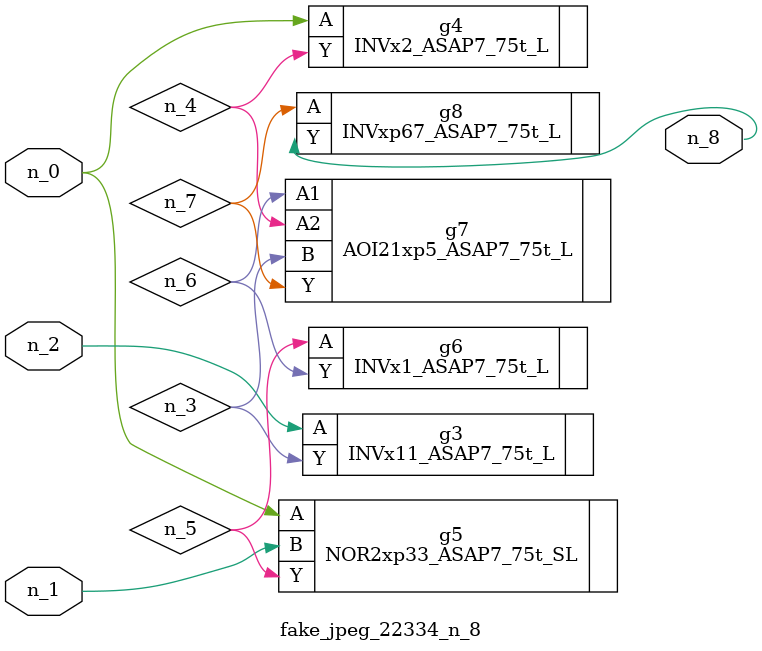
<source format=v>
module fake_jpeg_22334_n_8 (n_0, n_2, n_1, n_8);

input n_0;
input n_2;
input n_1;

output n_8;

wire n_3;
wire n_4;
wire n_6;
wire n_5;
wire n_7;

INVx11_ASAP7_75t_L g3 ( 
.A(n_2),
.Y(n_3)
);

INVx2_ASAP7_75t_L g4 ( 
.A(n_0),
.Y(n_4)
);

NOR2xp33_ASAP7_75t_SL g5 ( 
.A(n_0),
.B(n_1),
.Y(n_5)
);

INVx1_ASAP7_75t_L g6 ( 
.A(n_5),
.Y(n_6)
);

AOI21xp5_ASAP7_75t_L g7 ( 
.A1(n_6),
.A2(n_4),
.B(n_3),
.Y(n_7)
);

INVxp67_ASAP7_75t_L g8 ( 
.A(n_7),
.Y(n_8)
);


endmodule
</source>
